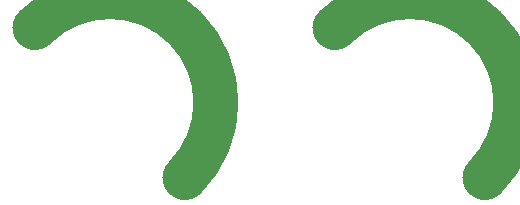
<source format=gbr>
%FSLAX34Y34*%%MOIN*%%ADD10C,0.15*%D10*G75*X-2500Y-2500D02*G03*X-7500Y2500I-2500J2500D01*X2500Y2500D02*G02*X7500Y-2500I2500J-2500D01*M02*
</source>
